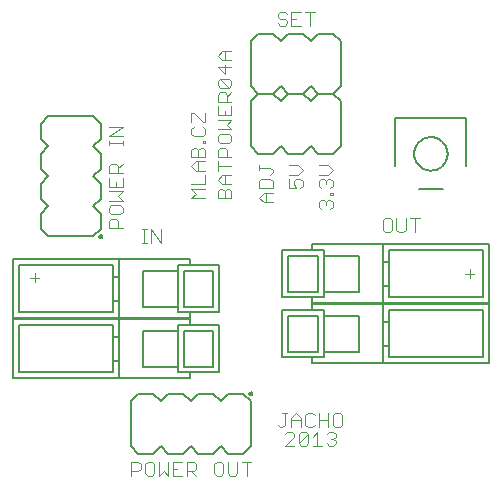
<source format=gbr>
G75*
G70*
%OFA0B0*%
%FSLAX24Y24*%
%IPPOS*%
%LPD*%
%AMOC8*
5,1,8,0,0,1.08239X$1,22.5*
%
%ADD10C,0.0040*%
%ADD11C,0.0060*%
%ADD12C,0.0050*%
D10*
X004200Y000450D02*
X004200Y000910D01*
X004430Y000910D01*
X004507Y000834D01*
X004507Y000680D01*
X004430Y000603D01*
X004200Y000603D01*
X004660Y000527D02*
X004737Y000450D01*
X004891Y000450D01*
X004967Y000527D01*
X004967Y000834D01*
X004891Y000910D01*
X004737Y000910D01*
X004660Y000834D01*
X004660Y000527D01*
X005121Y000450D02*
X005274Y000603D01*
X005428Y000450D01*
X005428Y000910D01*
X005581Y000910D02*
X005581Y000450D01*
X005888Y000450D01*
X006042Y000450D02*
X006042Y000910D01*
X006272Y000910D01*
X006348Y000834D01*
X006348Y000680D01*
X006272Y000603D01*
X006042Y000603D01*
X006195Y000603D02*
X006348Y000450D01*
X005888Y000910D02*
X005581Y000910D01*
X005581Y000680D02*
X005735Y000680D01*
X005121Y000910D02*
X005121Y000450D01*
X006962Y000527D02*
X007039Y000450D01*
X007193Y000450D01*
X007269Y000527D01*
X007269Y000834D01*
X007193Y000910D01*
X007039Y000910D01*
X006962Y000834D01*
X006962Y000527D01*
X007423Y000527D02*
X007499Y000450D01*
X007653Y000450D01*
X007730Y000527D01*
X007730Y000910D01*
X007883Y000910D02*
X008190Y000910D01*
X008037Y000910D02*
X008037Y000450D01*
X007423Y000527D02*
X007423Y000910D01*
X009075Y002152D02*
X009152Y002075D01*
X009228Y002075D01*
X009305Y002152D01*
X009305Y002535D01*
X009228Y002535D02*
X009382Y002535D01*
X009535Y002382D02*
X009689Y002535D01*
X009842Y002382D01*
X009842Y002075D01*
X009862Y001910D02*
X010016Y001910D01*
X010092Y001834D01*
X009785Y001527D01*
X009862Y001450D01*
X010016Y001450D01*
X010092Y001527D01*
X010092Y001834D01*
X010246Y001757D02*
X010399Y001910D01*
X010399Y001450D01*
X010246Y001450D02*
X010553Y001450D01*
X010706Y001527D02*
X010783Y001450D01*
X010936Y001450D01*
X011013Y001527D01*
X011013Y001603D01*
X010936Y001680D01*
X010860Y001680D01*
X010936Y001680D02*
X011013Y001757D01*
X011013Y001834D01*
X010936Y001910D01*
X010783Y001910D01*
X010706Y001834D01*
X010763Y002075D02*
X010763Y002535D01*
X010917Y002459D02*
X010917Y002152D01*
X010993Y002075D01*
X011147Y002075D01*
X011223Y002152D01*
X011223Y002459D01*
X011147Y002535D01*
X010993Y002535D01*
X010917Y002459D01*
X010763Y002305D02*
X010456Y002305D01*
X010303Y002152D02*
X010226Y002075D01*
X010073Y002075D01*
X009996Y002152D01*
X009996Y002459D01*
X010073Y002535D01*
X010226Y002535D01*
X010303Y002459D01*
X010456Y002535D02*
X010456Y002075D01*
X009862Y001910D02*
X009785Y001834D01*
X009785Y001527D01*
X009632Y001450D02*
X009325Y001450D01*
X009632Y001757D01*
X009632Y001834D01*
X009555Y001910D01*
X009402Y001910D01*
X009325Y001834D01*
X009535Y002075D02*
X009535Y002382D01*
X009535Y002305D02*
X009842Y002305D01*
X015325Y007180D02*
X015632Y007180D01*
X015478Y007334D02*
X015478Y007027D01*
X013649Y008575D02*
X013649Y009035D01*
X013496Y009035D02*
X013803Y009035D01*
X013342Y009035D02*
X013342Y008652D01*
X013266Y008575D01*
X013112Y008575D01*
X013035Y008652D01*
X013035Y009035D01*
X012882Y008959D02*
X012805Y009035D01*
X012652Y009035D01*
X012575Y008959D01*
X012575Y008652D01*
X012652Y008575D01*
X012805Y008575D01*
X012882Y008652D01*
X012882Y008959D01*
X010910Y009415D02*
X010833Y009339D01*
X010910Y009415D02*
X010910Y009569D01*
X010833Y009646D01*
X010757Y009646D01*
X010680Y009569D01*
X010680Y009492D01*
X010680Y009569D02*
X010603Y009646D01*
X010526Y009646D01*
X010450Y009569D01*
X010450Y009415D01*
X010526Y009339D01*
X010833Y009799D02*
X010833Y009876D01*
X010910Y009876D01*
X010910Y009799D01*
X010833Y009799D01*
X010833Y010029D02*
X010910Y010106D01*
X010910Y010259D01*
X010833Y010336D01*
X010757Y010336D01*
X010680Y010259D01*
X010680Y010183D01*
X010680Y010259D02*
X010603Y010336D01*
X010526Y010336D01*
X010450Y010259D01*
X010450Y010106D01*
X010526Y010029D01*
X010450Y010490D02*
X010757Y010490D01*
X010910Y010643D01*
X010757Y010797D01*
X010450Y010797D01*
X009910Y010643D02*
X009757Y010797D01*
X009450Y010797D01*
X009450Y010490D02*
X009757Y010490D01*
X009910Y010643D01*
X009833Y010336D02*
X009680Y010336D01*
X009603Y010259D01*
X009603Y010183D01*
X009680Y010029D01*
X009450Y010029D01*
X009450Y010336D01*
X009833Y010336D02*
X009910Y010259D01*
X009910Y010106D01*
X009833Y010029D01*
X008910Y010029D02*
X008910Y010259D01*
X008833Y010336D01*
X008526Y010336D01*
X008450Y010259D01*
X008450Y010029D01*
X008910Y010029D01*
X008910Y009876D02*
X008603Y009876D01*
X008450Y009722D01*
X008603Y009569D01*
X008910Y009569D01*
X008680Y009569D02*
X008680Y009876D01*
X008833Y010490D02*
X008910Y010566D01*
X008910Y010643D01*
X008833Y010720D01*
X008450Y010720D01*
X008450Y010643D02*
X008450Y010797D01*
X007535Y010774D02*
X007075Y010774D01*
X007075Y010621D02*
X007075Y010928D01*
X007075Y011081D02*
X007075Y011311D01*
X007151Y011388D01*
X007305Y011388D01*
X007382Y011311D01*
X007382Y011081D01*
X007535Y011081D02*
X007075Y011081D01*
X006660Y011081D02*
X006660Y011311D01*
X006583Y011388D01*
X006507Y011388D01*
X006430Y011311D01*
X006430Y011081D01*
X006430Y010928D02*
X006430Y010621D01*
X006353Y010621D02*
X006200Y010774D01*
X006353Y010928D01*
X006660Y010928D01*
X006660Y011081D02*
X006200Y011081D01*
X006200Y011311D01*
X006276Y011388D01*
X006353Y011388D01*
X006430Y011311D01*
X006583Y011542D02*
X006583Y011618D01*
X006660Y011618D01*
X006660Y011542D01*
X006583Y011542D01*
X006583Y011772D02*
X006276Y011772D01*
X006200Y011848D01*
X006200Y012002D01*
X006276Y012079D01*
X006200Y012232D02*
X006200Y012539D01*
X006276Y012539D01*
X006583Y012232D01*
X006660Y012232D01*
X006660Y012539D01*
X007075Y012462D02*
X007075Y012769D01*
X007075Y012923D02*
X007075Y013153D01*
X007151Y013230D01*
X007305Y013230D01*
X007382Y013153D01*
X007382Y012923D01*
X007535Y012923D02*
X007075Y012923D01*
X007305Y012616D02*
X007305Y012462D01*
X007075Y012462D02*
X007535Y012462D01*
X007535Y012769D01*
X007382Y013076D02*
X007535Y013230D01*
X007458Y013383D02*
X007151Y013690D01*
X007458Y013690D01*
X007535Y013613D01*
X007535Y013460D01*
X007458Y013383D01*
X007151Y013383D01*
X007075Y013460D01*
X007075Y013613D01*
X007151Y013690D01*
X007305Y013844D02*
X007305Y014150D01*
X007305Y014304D02*
X007305Y014611D01*
X007228Y014611D02*
X007535Y014611D01*
X007535Y014304D02*
X007228Y014304D01*
X007075Y014457D01*
X007228Y014611D01*
X007075Y014074D02*
X007305Y013844D01*
X007535Y014074D02*
X007075Y014074D01*
X007075Y012309D02*
X007535Y012309D01*
X007382Y012155D01*
X007535Y012002D01*
X007075Y012002D01*
X007151Y011848D02*
X007075Y011772D01*
X007075Y011618D01*
X007151Y011542D01*
X007458Y011542D01*
X007535Y011618D01*
X007535Y011772D01*
X007458Y011848D01*
X007151Y011848D01*
X006660Y011848D02*
X006660Y012002D01*
X006583Y012079D01*
X006660Y011848D02*
X006583Y011772D01*
X006660Y010621D02*
X006353Y010621D01*
X006660Y010467D02*
X006660Y010160D01*
X006200Y010160D01*
X006200Y010007D02*
X006660Y010007D01*
X006660Y009700D02*
X006200Y009700D01*
X006353Y009853D01*
X006200Y010007D01*
X007075Y009930D02*
X007075Y009700D01*
X007535Y009700D01*
X007535Y009930D01*
X007458Y010007D01*
X007382Y010007D01*
X007305Y009930D01*
X007305Y009700D01*
X007305Y009930D02*
X007228Y010007D01*
X007151Y010007D01*
X007075Y009930D01*
X007228Y010160D02*
X007075Y010314D01*
X007228Y010467D01*
X007535Y010467D01*
X007535Y010160D02*
X007228Y010160D01*
X007305Y010160D02*
X007305Y010467D01*
X005172Y008660D02*
X005172Y008200D01*
X004865Y008660D01*
X004865Y008200D01*
X004711Y008200D02*
X004558Y008200D01*
X004634Y008200D02*
X004634Y008660D01*
X004558Y008660D02*
X004711Y008660D01*
X003910Y008700D02*
X003450Y008700D01*
X003450Y008930D01*
X003526Y009007D01*
X003680Y009007D01*
X003757Y008930D01*
X003757Y008700D01*
X003833Y009160D02*
X003526Y009160D01*
X003450Y009237D01*
X003450Y009391D01*
X003526Y009467D01*
X003833Y009467D01*
X003910Y009391D01*
X003910Y009237D01*
X003833Y009160D01*
X003910Y009621D02*
X003450Y009621D01*
X003450Y009928D02*
X003910Y009928D01*
X003757Y009774D01*
X003910Y009621D01*
X003910Y010081D02*
X003450Y010081D01*
X003450Y010388D01*
X003450Y010542D02*
X003450Y010772D01*
X003526Y010848D01*
X003680Y010848D01*
X003757Y010772D01*
X003757Y010542D01*
X003910Y010542D02*
X003450Y010542D01*
X003757Y010695D02*
X003910Y010848D01*
X003910Y010388D02*
X003910Y010081D01*
X003680Y010081D02*
X003680Y010235D01*
X003910Y011462D02*
X003910Y011616D01*
X003910Y011539D02*
X003450Y011539D01*
X003450Y011462D02*
X003450Y011616D01*
X003450Y011769D02*
X003910Y012076D01*
X003450Y012076D01*
X003450Y011769D02*
X003910Y011769D01*
X000978Y007209D02*
X000978Y006902D01*
X000825Y007055D02*
X001132Y007055D01*
X009152Y015450D02*
X009075Y015527D01*
X009152Y015450D02*
X009305Y015450D01*
X009382Y015527D01*
X009382Y015603D01*
X009305Y015680D01*
X009152Y015680D01*
X009075Y015757D01*
X009075Y015834D01*
X009152Y015910D01*
X009305Y015910D01*
X009382Y015834D01*
X009535Y015910D02*
X009535Y015450D01*
X009842Y015450D01*
X009689Y015680D02*
X009535Y015680D01*
X009535Y015910D02*
X009842Y015910D01*
X009996Y015910D02*
X010303Y015910D01*
X010149Y015910D02*
X010149Y015450D01*
D11*
X009930Y015180D02*
X010180Y014930D01*
X010430Y015180D01*
X010930Y015180D01*
X011180Y014930D01*
X011180Y013430D01*
X010930Y013180D01*
X010430Y013180D01*
X010180Y013430D01*
X009930Y013180D01*
X009430Y013180D01*
X009180Y013430D01*
X008930Y013180D01*
X008430Y013180D01*
X008180Y013430D01*
X008180Y014930D01*
X008430Y015180D01*
X008930Y015180D01*
X009180Y014930D01*
X009430Y015180D01*
X009930Y015180D01*
X009930Y013180D02*
X009430Y013180D01*
X009180Y012930D01*
X008930Y013180D01*
X008430Y013180D01*
X008180Y012930D01*
X008180Y011430D01*
X008430Y011180D01*
X008930Y011180D01*
X009180Y011430D01*
X009430Y011180D01*
X009930Y011180D01*
X010180Y011430D01*
X010430Y011180D01*
X010930Y011180D01*
X011180Y011430D01*
X011180Y012930D01*
X010930Y013180D01*
X010430Y013180D01*
X010180Y012930D01*
X009930Y013180D01*
X003180Y012180D02*
X003180Y011680D01*
X002930Y011430D01*
X003180Y011180D01*
X003180Y010680D01*
X002930Y010430D01*
X003180Y010180D01*
X003180Y009680D01*
X002930Y009430D01*
X003180Y009180D01*
X003180Y008680D01*
X002930Y008430D01*
X001430Y008430D01*
X001180Y008680D01*
X001180Y009180D01*
X001430Y009430D01*
X001180Y009680D01*
X001180Y010180D01*
X001430Y010430D01*
X001180Y010680D01*
X001180Y011180D01*
X001430Y011430D01*
X001180Y011680D01*
X001180Y012180D01*
X001430Y012430D01*
X002930Y012430D01*
X003180Y012180D01*
X004430Y003180D02*
X004180Y002930D01*
X004180Y001430D01*
X004430Y001180D01*
X004930Y001180D01*
X005180Y001430D01*
X005430Y001180D01*
X005930Y001180D01*
X006180Y001430D01*
X006430Y001180D01*
X006930Y001180D01*
X007180Y001430D01*
X007430Y001180D01*
X007930Y001180D01*
X008180Y001430D01*
X008180Y002930D01*
X007930Y003180D01*
X007430Y003180D01*
X007180Y002930D01*
X006930Y003180D01*
X006430Y003180D01*
X006180Y002930D01*
X005930Y003180D01*
X005430Y003180D01*
X005180Y002930D01*
X004930Y003180D01*
X004430Y003180D01*
D12*
X000243Y003696D02*
X000243Y005664D01*
X003786Y005664D01*
X003786Y005074D01*
X003589Y005074D01*
X003589Y004286D01*
X003786Y004286D01*
X003786Y005074D01*
X003589Y005074D02*
X003589Y005467D01*
X000440Y005467D01*
X000440Y003893D01*
X003589Y003893D01*
X003589Y004286D01*
X003786Y004286D02*
X003786Y003696D01*
X000243Y003696D01*
X000243Y005696D02*
X000243Y007664D01*
X003786Y007664D01*
X003786Y007074D01*
X003589Y007074D01*
X003589Y006286D01*
X003786Y006286D01*
X003786Y007074D01*
X003589Y007074D02*
X003589Y007467D01*
X000440Y007467D01*
X000440Y005893D01*
X003589Y005893D01*
X003589Y006286D01*
X003786Y006286D02*
X003786Y005696D01*
X000243Y005696D01*
X003130Y008430D02*
X003132Y008443D01*
X003137Y008456D01*
X003146Y008467D01*
X003157Y008474D01*
X003170Y008479D01*
X003183Y008480D01*
X003197Y008477D01*
X003209Y008471D01*
X003219Y008462D01*
X003226Y008450D01*
X003230Y008437D01*
X003230Y008423D01*
X003226Y008410D01*
X003219Y008398D01*
X003209Y008389D01*
X003197Y008383D01*
X003183Y008380D01*
X003170Y008381D01*
X003157Y008386D01*
X003146Y008393D01*
X003137Y008404D01*
X003132Y008417D01*
X003130Y008430D01*
X003786Y007664D02*
X006149Y007664D01*
X006149Y007467D01*
X007133Y007467D01*
X007133Y005893D01*
X006149Y005893D01*
X006149Y005696D01*
X003786Y005696D01*
X003786Y005664D02*
X006149Y005664D01*
X006149Y005467D01*
X007133Y005467D01*
X007133Y003893D01*
X006149Y003893D01*
X006149Y003696D01*
X003786Y003696D01*
X004574Y004089D02*
X004574Y005271D01*
X005755Y005271D01*
X005755Y005467D01*
X006149Y005467D01*
X005952Y005271D02*
X006936Y005271D01*
X006936Y004089D01*
X005952Y004089D01*
X005952Y005271D01*
X005755Y005271D02*
X005755Y004089D01*
X004574Y004089D01*
X005755Y004089D02*
X005755Y003893D01*
X006149Y003893D01*
X006149Y005893D02*
X005755Y005893D01*
X005755Y006089D01*
X004574Y006089D01*
X004574Y007271D01*
X005755Y007271D01*
X005755Y007467D01*
X006149Y007467D01*
X005952Y007271D02*
X006936Y007271D01*
X006936Y006089D01*
X005952Y006089D01*
X005952Y007271D01*
X005755Y007271D02*
X005755Y006089D01*
X008130Y003180D02*
X008132Y003193D01*
X008137Y003206D01*
X008146Y003217D01*
X008157Y003224D01*
X008170Y003229D01*
X008183Y003230D01*
X008197Y003227D01*
X008209Y003221D01*
X008219Y003212D01*
X008226Y003200D01*
X008230Y003187D01*
X008230Y003173D01*
X008226Y003160D01*
X008219Y003148D01*
X008209Y003139D01*
X008197Y003133D01*
X008183Y003130D01*
X008170Y003131D01*
X008157Y003136D01*
X008146Y003143D01*
X008137Y003154D01*
X008132Y003167D01*
X008130Y003180D01*
X009227Y004393D02*
X010211Y004393D01*
X010211Y004196D01*
X012574Y004196D01*
X016117Y004196D01*
X016117Y006164D01*
X012574Y006164D01*
X012574Y005574D01*
X012771Y005574D01*
X012771Y005967D01*
X015920Y005967D01*
X015920Y004393D01*
X012771Y004393D01*
X012771Y004786D01*
X012574Y004786D01*
X012574Y004196D01*
X012574Y004786D02*
X012574Y005574D01*
X012771Y005574D02*
X012771Y004786D01*
X011786Y004589D02*
X011786Y005771D01*
X010605Y005771D01*
X010605Y004589D01*
X011786Y004589D01*
X010605Y004589D02*
X010605Y004393D01*
X010211Y004393D01*
X010408Y004589D02*
X009424Y004589D01*
X009424Y005771D01*
X010408Y005771D01*
X010408Y004589D01*
X009227Y004393D02*
X009227Y005967D01*
X010211Y005967D01*
X010211Y006164D01*
X012574Y006164D01*
X012574Y006196D02*
X016117Y006196D01*
X016117Y008164D01*
X012574Y008164D01*
X012574Y007574D01*
X012771Y007574D01*
X012771Y007967D01*
X015920Y007967D01*
X015920Y006393D01*
X012771Y006393D01*
X012771Y006786D01*
X012574Y006786D01*
X012574Y006196D01*
X010211Y006196D01*
X010211Y006393D01*
X009227Y006393D01*
X009227Y007967D01*
X010211Y007967D01*
X010211Y008164D01*
X012574Y008164D01*
X012574Y007574D02*
X012574Y006786D01*
X012771Y006786D02*
X012771Y007574D01*
X011786Y007771D02*
X011786Y006589D01*
X010605Y006589D01*
X010605Y006393D01*
X010211Y006393D01*
X010408Y006589D02*
X009424Y006589D01*
X009424Y007771D01*
X010408Y007771D01*
X010408Y006589D01*
X010605Y006589D02*
X010605Y007771D01*
X011786Y007771D01*
X010605Y007771D02*
X010605Y007967D01*
X010211Y007967D01*
X010211Y005967D02*
X010605Y005967D01*
X010605Y005771D01*
X013786Y009999D02*
X014574Y009999D01*
X015361Y010786D02*
X015361Y012361D01*
X012999Y012361D01*
X012999Y010786D01*
X013623Y011180D02*
X013625Y011227D01*
X013631Y011273D01*
X013640Y011319D01*
X013654Y011363D01*
X013671Y011407D01*
X013692Y011448D01*
X013716Y011488D01*
X013743Y011526D01*
X013774Y011561D01*
X013807Y011594D01*
X013843Y011624D01*
X013882Y011650D01*
X013922Y011674D01*
X013964Y011693D01*
X014008Y011710D01*
X014053Y011722D01*
X014099Y011731D01*
X014145Y011736D01*
X014192Y011737D01*
X014238Y011734D01*
X014284Y011727D01*
X014330Y011716D01*
X014374Y011702D01*
X014417Y011684D01*
X014458Y011662D01*
X014498Y011637D01*
X014535Y011609D01*
X014570Y011578D01*
X014602Y011544D01*
X014631Y011507D01*
X014656Y011469D01*
X014679Y011428D01*
X014698Y011385D01*
X014713Y011341D01*
X014725Y011296D01*
X014733Y011250D01*
X014737Y011203D01*
X014737Y011157D01*
X014733Y011110D01*
X014725Y011064D01*
X014713Y011019D01*
X014698Y010975D01*
X014679Y010932D01*
X014656Y010891D01*
X014631Y010853D01*
X014602Y010816D01*
X014570Y010782D01*
X014535Y010751D01*
X014498Y010723D01*
X014459Y010698D01*
X014417Y010676D01*
X014374Y010658D01*
X014330Y010644D01*
X014284Y010633D01*
X014238Y010626D01*
X014192Y010623D01*
X014145Y010624D01*
X014099Y010629D01*
X014053Y010638D01*
X014008Y010650D01*
X013964Y010667D01*
X013922Y010686D01*
X013882Y010710D01*
X013843Y010736D01*
X013807Y010766D01*
X013774Y010799D01*
X013743Y010834D01*
X013716Y010872D01*
X013692Y010912D01*
X013671Y010953D01*
X013654Y010997D01*
X013640Y011041D01*
X013631Y011087D01*
X013625Y011133D01*
X013623Y011180D01*
M02*

</source>
